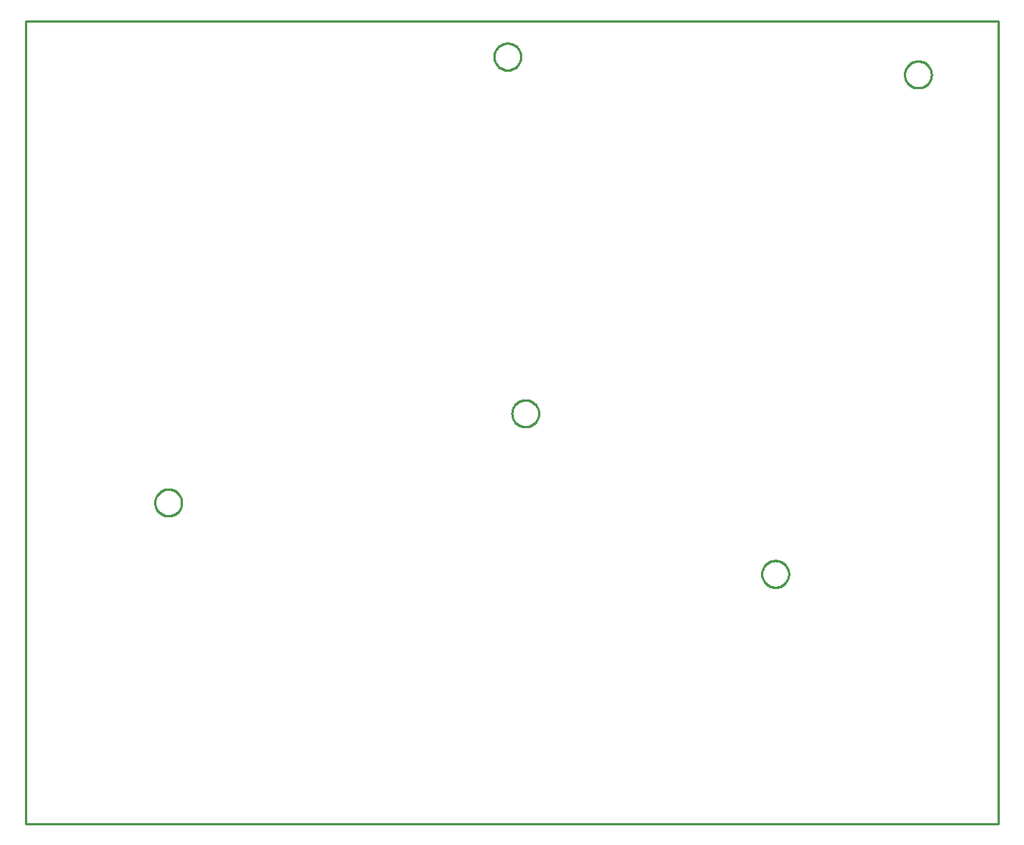
<source format=gbr>
G04 EAGLE Gerber RS-274X export*
G75*
%MOMM*%
%FSLAX34Y34*%
%LPD*%
%IN*%
%IPPOS*%
%AMOC8*
5,1,8,0,0,1.08239X$1,22.5*%
G01*
%ADD10C,0.254000*%


D10*
X-20000Y0D02*
X1070000Y0D01*
X1070000Y900000D01*
X-20000Y900000D01*
X-20000Y0D01*
X995000Y839464D02*
X994924Y838396D01*
X994771Y837335D01*
X994543Y836288D01*
X994241Y835260D01*
X993867Y834256D01*
X993422Y833281D01*
X992908Y832341D01*
X992329Y831440D01*
X991687Y830582D01*
X990985Y829772D01*
X990228Y829015D01*
X989418Y828313D01*
X988560Y827671D01*
X987659Y827092D01*
X986719Y826578D01*
X985744Y826133D01*
X984740Y825759D01*
X983712Y825457D01*
X982665Y825229D01*
X981604Y825076D01*
X980536Y825000D01*
X979464Y825000D01*
X978396Y825076D01*
X977335Y825229D01*
X976288Y825457D01*
X975260Y825759D01*
X974256Y826133D01*
X973281Y826578D01*
X972341Y827092D01*
X971440Y827671D01*
X970582Y828313D01*
X969772Y829015D01*
X969015Y829772D01*
X968313Y830582D01*
X967671Y831440D01*
X967092Y832341D01*
X966578Y833281D01*
X966133Y834256D01*
X965759Y835260D01*
X965457Y836288D01*
X965229Y837335D01*
X965076Y838396D01*
X965000Y839464D01*
X965000Y840536D01*
X965076Y841604D01*
X965229Y842665D01*
X965457Y843712D01*
X965759Y844740D01*
X966133Y845744D01*
X966578Y846719D01*
X967092Y847659D01*
X967671Y848560D01*
X968313Y849418D01*
X969015Y850228D01*
X969772Y850985D01*
X970582Y851687D01*
X971440Y852329D01*
X972341Y852908D01*
X973281Y853422D01*
X974256Y853867D01*
X975260Y854241D01*
X976288Y854543D01*
X977335Y854771D01*
X978396Y854924D01*
X979464Y855000D01*
X980536Y855000D01*
X981604Y854924D01*
X982665Y854771D01*
X983712Y854543D01*
X984740Y854241D01*
X985744Y853867D01*
X986719Y853422D01*
X987659Y852908D01*
X988560Y852329D01*
X989418Y851687D01*
X990228Y850985D01*
X990985Y850228D01*
X991687Y849418D01*
X992329Y848560D01*
X992908Y847659D01*
X993422Y846719D01*
X993867Y845744D01*
X994241Y844740D01*
X994543Y843712D01*
X994771Y842665D01*
X994924Y841604D01*
X995000Y840536D01*
X995000Y839464D01*
X555000Y459464D02*
X554924Y458396D01*
X554771Y457335D01*
X554543Y456288D01*
X554241Y455260D01*
X553867Y454256D01*
X553422Y453281D01*
X552908Y452341D01*
X552329Y451440D01*
X551687Y450582D01*
X550985Y449772D01*
X550228Y449015D01*
X549418Y448313D01*
X548560Y447671D01*
X547659Y447092D01*
X546719Y446578D01*
X545744Y446133D01*
X544740Y445759D01*
X543712Y445457D01*
X542665Y445229D01*
X541604Y445076D01*
X540536Y445000D01*
X539464Y445000D01*
X538396Y445076D01*
X537335Y445229D01*
X536288Y445457D01*
X535260Y445759D01*
X534256Y446133D01*
X533281Y446578D01*
X532341Y447092D01*
X531440Y447671D01*
X530582Y448313D01*
X529772Y449015D01*
X529015Y449772D01*
X528313Y450582D01*
X527671Y451440D01*
X527092Y452341D01*
X526578Y453281D01*
X526133Y454256D01*
X525759Y455260D01*
X525457Y456288D01*
X525229Y457335D01*
X525076Y458396D01*
X525000Y459464D01*
X525000Y460536D01*
X525076Y461604D01*
X525229Y462665D01*
X525457Y463712D01*
X525759Y464740D01*
X526133Y465744D01*
X526578Y466719D01*
X527092Y467659D01*
X527671Y468560D01*
X528313Y469418D01*
X529015Y470228D01*
X529772Y470985D01*
X530582Y471687D01*
X531440Y472329D01*
X532341Y472908D01*
X533281Y473422D01*
X534256Y473867D01*
X535260Y474241D01*
X536288Y474543D01*
X537335Y474771D01*
X538396Y474924D01*
X539464Y475000D01*
X540536Y475000D01*
X541604Y474924D01*
X542665Y474771D01*
X543712Y474543D01*
X544740Y474241D01*
X545744Y473867D01*
X546719Y473422D01*
X547659Y472908D01*
X548560Y472329D01*
X549418Y471687D01*
X550228Y470985D01*
X550985Y470228D01*
X551687Y469418D01*
X552329Y468560D01*
X552908Y467659D01*
X553422Y466719D01*
X553867Y465744D01*
X554241Y464740D01*
X554543Y463712D01*
X554771Y462665D01*
X554924Y461604D01*
X555000Y460536D01*
X555000Y459464D01*
X155000Y359464D02*
X154924Y358396D01*
X154771Y357335D01*
X154543Y356288D01*
X154241Y355260D01*
X153867Y354256D01*
X153422Y353281D01*
X152908Y352341D01*
X152329Y351440D01*
X151687Y350582D01*
X150985Y349772D01*
X150228Y349015D01*
X149418Y348313D01*
X148560Y347671D01*
X147659Y347092D01*
X146719Y346578D01*
X145744Y346133D01*
X144740Y345759D01*
X143712Y345457D01*
X142665Y345229D01*
X141604Y345076D01*
X140536Y345000D01*
X139464Y345000D01*
X138396Y345076D01*
X137335Y345229D01*
X136288Y345457D01*
X135260Y345759D01*
X134256Y346133D01*
X133281Y346578D01*
X132341Y347092D01*
X131440Y347671D01*
X130582Y348313D01*
X129772Y349015D01*
X129015Y349772D01*
X128313Y350582D01*
X127671Y351440D01*
X127092Y352341D01*
X126578Y353281D01*
X126133Y354256D01*
X125759Y355260D01*
X125457Y356288D01*
X125229Y357335D01*
X125076Y358396D01*
X125000Y359464D01*
X125000Y360536D01*
X125076Y361604D01*
X125229Y362665D01*
X125457Y363712D01*
X125759Y364740D01*
X126133Y365744D01*
X126578Y366719D01*
X127092Y367659D01*
X127671Y368560D01*
X128313Y369418D01*
X129015Y370228D01*
X129772Y370985D01*
X130582Y371687D01*
X131440Y372329D01*
X132341Y372908D01*
X133281Y373422D01*
X134256Y373867D01*
X135260Y374241D01*
X136288Y374543D01*
X137335Y374771D01*
X138396Y374924D01*
X139464Y375000D01*
X140536Y375000D01*
X141604Y374924D01*
X142665Y374771D01*
X143712Y374543D01*
X144740Y374241D01*
X145744Y373867D01*
X146719Y373422D01*
X147659Y372908D01*
X148560Y372329D01*
X149418Y371687D01*
X150228Y370985D01*
X150985Y370228D01*
X151687Y369418D01*
X152329Y368560D01*
X152908Y367659D01*
X153422Y366719D01*
X153867Y365744D01*
X154241Y364740D01*
X154543Y363712D01*
X154771Y362665D01*
X154924Y361604D01*
X155000Y360536D01*
X155000Y359464D01*
X835000Y279464D02*
X834924Y278396D01*
X834771Y277335D01*
X834543Y276288D01*
X834241Y275260D01*
X833867Y274256D01*
X833422Y273281D01*
X832908Y272341D01*
X832329Y271440D01*
X831687Y270582D01*
X830985Y269772D01*
X830228Y269015D01*
X829418Y268313D01*
X828560Y267671D01*
X827659Y267092D01*
X826719Y266578D01*
X825744Y266133D01*
X824740Y265759D01*
X823712Y265457D01*
X822665Y265229D01*
X821604Y265076D01*
X820536Y265000D01*
X819464Y265000D01*
X818396Y265076D01*
X817335Y265229D01*
X816288Y265457D01*
X815260Y265759D01*
X814256Y266133D01*
X813281Y266578D01*
X812341Y267092D01*
X811440Y267671D01*
X810582Y268313D01*
X809772Y269015D01*
X809015Y269772D01*
X808313Y270582D01*
X807671Y271440D01*
X807092Y272341D01*
X806578Y273281D01*
X806133Y274256D01*
X805759Y275260D01*
X805457Y276288D01*
X805229Y277335D01*
X805076Y278396D01*
X805000Y279464D01*
X805000Y280536D01*
X805076Y281604D01*
X805229Y282665D01*
X805457Y283712D01*
X805759Y284740D01*
X806133Y285744D01*
X806578Y286719D01*
X807092Y287659D01*
X807671Y288560D01*
X808313Y289418D01*
X809015Y290228D01*
X809772Y290985D01*
X810582Y291687D01*
X811440Y292329D01*
X812341Y292908D01*
X813281Y293422D01*
X814256Y293867D01*
X815260Y294241D01*
X816288Y294543D01*
X817335Y294771D01*
X818396Y294924D01*
X819464Y295000D01*
X820536Y295000D01*
X821604Y294924D01*
X822665Y294771D01*
X823712Y294543D01*
X824740Y294241D01*
X825744Y293867D01*
X826719Y293422D01*
X827659Y292908D01*
X828560Y292329D01*
X829418Y291687D01*
X830228Y290985D01*
X830985Y290228D01*
X831687Y289418D01*
X832329Y288560D01*
X832908Y287659D01*
X833422Y286719D01*
X833867Y285744D01*
X834241Y284740D01*
X834543Y283712D01*
X834771Y282665D01*
X834924Y281604D01*
X835000Y280536D01*
X835000Y279464D01*
X535000Y859464D02*
X534924Y858396D01*
X534771Y857335D01*
X534543Y856288D01*
X534241Y855260D01*
X533867Y854256D01*
X533422Y853281D01*
X532908Y852341D01*
X532329Y851440D01*
X531687Y850582D01*
X530985Y849772D01*
X530228Y849015D01*
X529418Y848313D01*
X528560Y847671D01*
X527659Y847092D01*
X526719Y846578D01*
X525744Y846133D01*
X524740Y845759D01*
X523712Y845457D01*
X522665Y845229D01*
X521604Y845076D01*
X520536Y845000D01*
X519464Y845000D01*
X518396Y845076D01*
X517335Y845229D01*
X516288Y845457D01*
X515260Y845759D01*
X514256Y846133D01*
X513281Y846578D01*
X512341Y847092D01*
X511440Y847671D01*
X510582Y848313D01*
X509772Y849015D01*
X509015Y849772D01*
X508313Y850582D01*
X507671Y851440D01*
X507092Y852341D01*
X506578Y853281D01*
X506133Y854256D01*
X505759Y855260D01*
X505457Y856288D01*
X505229Y857335D01*
X505076Y858396D01*
X505000Y859464D01*
X505000Y860536D01*
X505076Y861604D01*
X505229Y862665D01*
X505457Y863712D01*
X505759Y864740D01*
X506133Y865744D01*
X506578Y866719D01*
X507092Y867659D01*
X507671Y868560D01*
X508313Y869418D01*
X509015Y870228D01*
X509772Y870985D01*
X510582Y871687D01*
X511440Y872329D01*
X512341Y872908D01*
X513281Y873422D01*
X514256Y873867D01*
X515260Y874241D01*
X516288Y874543D01*
X517335Y874771D01*
X518396Y874924D01*
X519464Y875000D01*
X520536Y875000D01*
X521604Y874924D01*
X522665Y874771D01*
X523712Y874543D01*
X524740Y874241D01*
X525744Y873867D01*
X526719Y873422D01*
X527659Y872908D01*
X528560Y872329D01*
X529418Y871687D01*
X530228Y870985D01*
X530985Y870228D01*
X531687Y869418D01*
X532329Y868560D01*
X532908Y867659D01*
X533422Y866719D01*
X533867Y865744D01*
X534241Y864740D01*
X534543Y863712D01*
X534771Y862665D01*
X534924Y861604D01*
X535000Y860536D01*
X535000Y859464D01*
M02*

</source>
